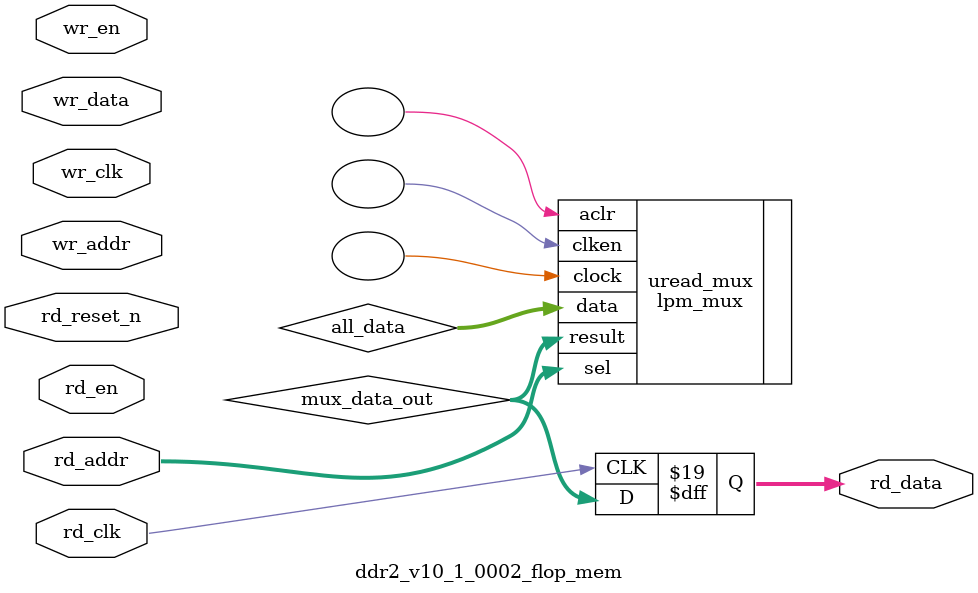
<source format=v>

(* altera_attribute = "-name ALLOW_SYNCH_CTRL_USAGE ON;-name AUTO_CLOCK_ENABLE_RECOGNITION ON" *)
module ddr2_v10_1_0002_flop_mem(
	wr_clk,
	wr_en,
	wr_addr,
	wr_data,
	rd_reset_n,
	rd_clk,
	rd_en,
	rd_addr,
	rd_data
);

parameter WRITE_MEM_DEPTH	= "";
parameter WRITE_ADDR_WIDTH	= "";
parameter WRITE_DATA_WIDTH	= "";
parameter READ_MEM_DEPTH	= "";
parameter READ_ADDR_WIDTH	= "";		 
parameter READ_DATA_WIDTH	= "";


input	wr_clk;
input	wr_en;
input	[WRITE_ADDR_WIDTH-1:0] wr_addr;
input	[WRITE_DATA_WIDTH-1:0] wr_data;
input	rd_reset_n;
input	rd_clk;
input	rd_en;
input	[READ_ADDR_WIDTH-1:0] rd_addr;
output	[READ_DATA_WIDTH-1:0] rd_data;



wire	[WRITE_MEM_DEPTH-1:0] wr_decode;
wire	[WRITE_DATA_WIDTH*WRITE_MEM_DEPTH-1:0] all_data;
wire	[READ_DATA_WIDTH-1:0] mux_data_out;



// declare a memory with WRITE_MEM_DEPTH entries
// each entry contains a data size of WRITE_DATA_WIDTH
reg	[WRITE_DATA_WIDTH-1:0] data_stored [0:WRITE_MEM_DEPTH-1] /* synthesis syn_preserve = 1 */;
reg	[READ_DATA_WIDTH-1:0] rd_data;

always @(posedge wr_clk)
begin
	if(wr_en)
		data_stored[wr_addr] <= wr_data;
end

generate
genvar entry;

	for (entry=0; entry < WRITE_MEM_DEPTH; entry=entry+1)
	begin: mem_location
		assign all_data[(WRITE_DATA_WIDTH*(entry+1)-1) : (WRITE_DATA_WIDTH*entry)] = data_stored[entry]; 
	end
endgenerate

	// mux to select the correct output data based on read address
	lpm_mux	uread_mux(
		.sel (rd_addr),
		.data (all_data),
		.result (mux_data_out)
		,
		.aclr (),
		.clken (),
		.clock ()
		);
     defparam uread_mux.lpm_size = READ_MEM_DEPTH;
     defparam uread_mux.lpm_type = "LPM_MUX";
     defparam uread_mux.lpm_width = READ_DATA_WIDTH;
     defparam uread_mux.lpm_widths = READ_ADDR_WIDTH;

	always @(posedge rd_clk)	
	begin
		rd_data <= mux_data_out;
	end

endmodule

</source>
